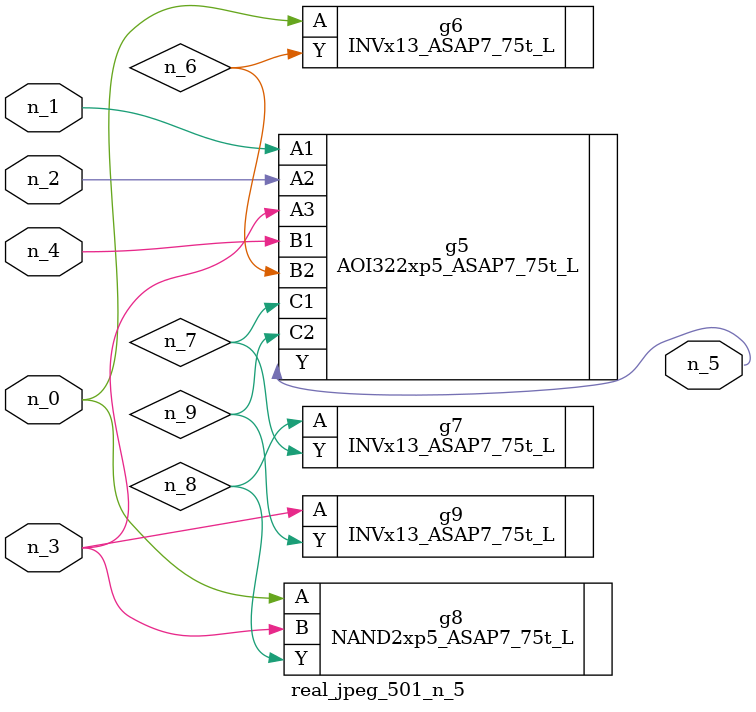
<source format=v>
module real_jpeg_501_n_5 (n_4, n_0, n_1, n_2, n_3, n_5);

input n_4;
input n_0;
input n_1;
input n_2;
input n_3;

output n_5;

wire n_8;
wire n_6;
wire n_7;
wire n_9;

INVx13_ASAP7_75t_L g6 ( 
.A(n_0),
.Y(n_6)
);

NAND2xp5_ASAP7_75t_L g8 ( 
.A(n_0),
.B(n_3),
.Y(n_8)
);

AOI322xp5_ASAP7_75t_L g5 ( 
.A1(n_1),
.A2(n_2),
.A3(n_3),
.B1(n_4),
.B2(n_6),
.C1(n_7),
.C2(n_9),
.Y(n_5)
);

INVx13_ASAP7_75t_L g9 ( 
.A(n_3),
.Y(n_9)
);

INVx13_ASAP7_75t_L g7 ( 
.A(n_8),
.Y(n_7)
);


endmodule
</source>
